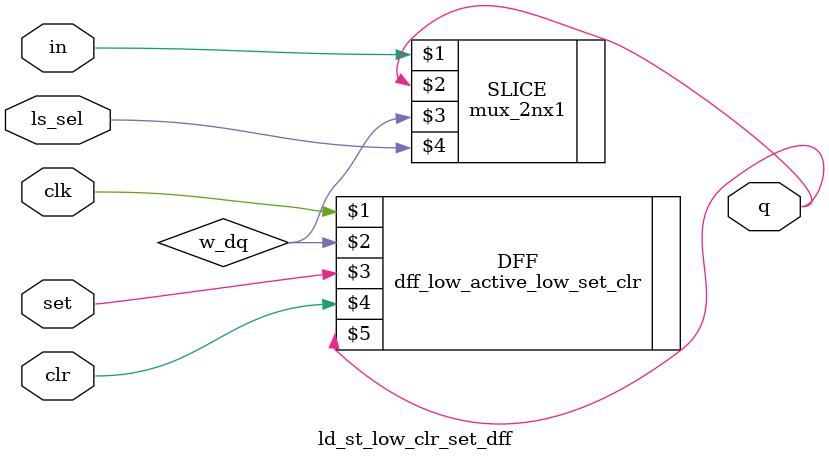
<source format=v>
`timescale 1ns / 1ps

module ld_st_low_clr_set_dff(
  input in, ls_sel, set, clr, clk,
  output q);

  wire w_dq;

  mux_2nx1 #(1) SLICE (in, q, w_dq, ls_sel);
  
  dff_low_active_low_set_clr DFF (clk, w_dq, set, clr, q);

endmodule




</source>
